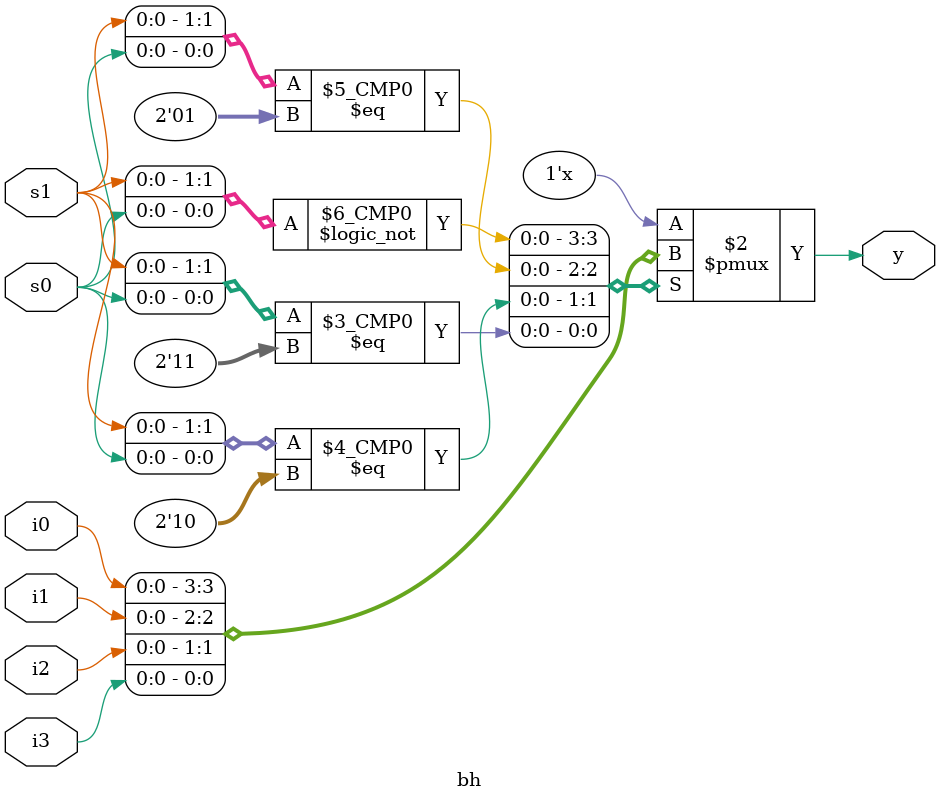
<source format=v>
`timescale 1ns / 1ps


module bh(s1, s0, i0, i1, i2, i3, y);
    input s1, s0;
    input i0, i1, i2, i3;
    output reg y;

    always @(*) begin
        case ({s1, s0})
            2'b00: y = i0;
            2'b01: y = i1;
            2'b10: y = i2;
            2'b11: y = i3;
            default: y = 0;
        endcase
    end

endmodule

</source>
